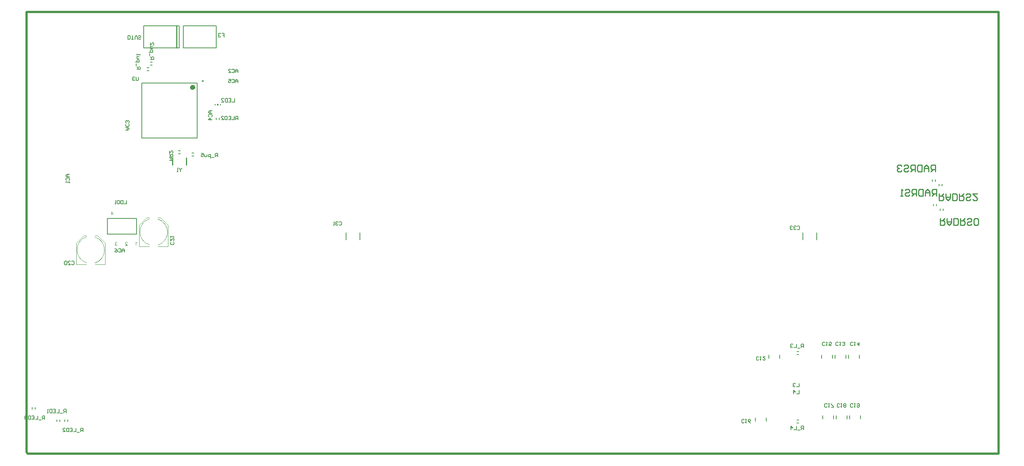
<source format=gbo>
%FSTAX23Y23*%
%MOIN*%
%SFA1B1*%

%IPPOS*%
%ADD45C,0.009843*%
%ADD50C,0.019685*%
%ADD76C,0.009843*%
%ADD77C,0.023622*%
%ADD78C,0.003937*%
%ADD79C,0.007874*%
%ADD84C,0.005905*%
%ADD140C,0.009055*%
%ADD141C,0.007874*%
%ADD142R,0.011811X0.011811*%
%ADD143R,0.005905X0.011811*%
%ADD144R,0.005905X0.011811*%
%LNlv1-1*%
%LPD*%
G36*
X01642Y02531D02*
Y02527D01*
X01628*
Y0252*
X01624*
Y02527*
X0162*
Y02531*
X01624*
Y02551*
X01627*
X01642Y02531*
G37*
G36*
X01666Y02281D02*
X01667D01*
X01668Y02281*
X01669Y02281*
X0167*
X0167Y0228*
X01671*
X01671Y0228*
X01672Y02279*
X01672*
Y02279*
X01672Y02279*
X01673Y02278*
X01674Y02277*
X01674Y02276*
X01675Y02275*
Y02275*
Y02275*
X01675Y02274*
Y02274*
Y02274*
Y02273*
X01671Y02272*
Y02274*
X01671Y02274*
X0167Y02275*
Y02275*
X0167Y02276*
X0167Y02277*
X01669Y02277*
X01668Y02277*
X01668Y02278*
X01667*
X01666Y02278*
X01666*
X01666*
X01665*
X01664Y02278*
X01663*
X01663Y02277*
X01662Y02277*
X01662*
Y02277*
X01662*
X01661Y02276*
X01661Y02275*
Y02275*
X01661Y02274*
Y02274*
Y02274*
Y02273*
Y02273*
Y02272*
Y02272*
X01661Y02271*
X01661Y0227*
X01662Y0227*
X01662*
X01662Y02269*
X01663Y02269*
X01664Y02268*
X01665*
X01665Y02268*
X01666*
X01666*
X01667*
X01668*
X01668Y02264*
X01667*
X01667Y02265*
X01666*
X01666*
X01666*
X01665*
X01664*
X01663Y02264*
X01662*
X01662Y02264*
X01661Y02264*
X01661*
Y02263*
X01661*
Y02263*
X0166Y02262*
X0166Y02262*
X01659Y02261*
X01659Y02261*
Y0226*
Y02259*
Y02259*
Y02258*
Y02258*
X01659Y02257*
X0166Y02256*
Y02255*
X0166Y02255*
X01661Y02254*
X01661*
X01661Y02254*
X01662Y02253*
X01662Y02253*
X01663Y02253*
X01664Y02252*
X01664*
X01665*
X01665*
X01666*
X01666*
X01667*
X01668Y02253*
X01668Y02253*
X01669*
X01669Y02253*
X0167*
Y02254*
X0167Y02254*
X0167Y02255*
X01671Y02256*
X01671Y02257*
X01672Y02257*
Y02258*
Y02258*
Y02259*
X01675Y02258*
Y02257*
Y02257*
X01675Y02256*
Y02255*
X01675Y02255*
X01674Y02254*
Y02253*
X01674Y02253*
X01674Y02253*
Y02252*
X01673*
X01673Y02252*
Y02251*
X01672*
X01672Y02251*
X01672Y02251*
X01671Y0225*
X0167Y0225*
X0167*
X01669Y0225*
X01668Y02249*
X01668*
X01667*
X01666*
X01666*
X01666*
X01664*
X01664*
X01663*
X01662Y0225*
X01662*
X01661Y0225*
X01661Y0225*
X0166*
X01659Y02251*
X01659Y02251*
X01659*
Y02251*
X01658*
Y02252*
X01658*
X01657Y02252*
X01657Y02253*
X01657Y02253*
X01656Y02254*
X01656Y02255*
X01655Y02255*
Y02256*
X01655Y02257*
Y02257*
Y02257*
Y02258*
Y02258*
X01655Y02259*
Y02259*
X01655Y0226*
Y02261*
X01655Y02262*
Y02262*
X01656Y02263*
X01656Y02264*
Y02264*
X01657Y02264*
X01658Y02265*
X01659Y02266*
X01659Y02266*
X0166Y02266*
X0166*
X01661*
Y02267*
X01661*
X0166Y02267*
X01659Y02268*
X01659Y02268*
X01658Y02268*
X01658Y02269*
Y02269*
X01657*
X01657Y0227*
Y02271*
X01657Y02271*
Y02272*
Y02272*
X01656Y02273*
Y02273*
X01657Y02274*
Y02275*
Y02275*
X01657Y02276*
X01657Y02277*
Y02277*
X01658Y02278*
X01659Y02279*
X01659Y02279*
X0166Y02279*
X0166Y0228*
X01661Y0228*
X01661*
X01662Y02281*
X01662Y02281*
X01663*
X01664Y02281*
X01665*
X01665*
X01666*
X01666*
G37*
G36*
X01757Y02281D02*
X01758D01*
X01759*
X01759Y02281*
X0176*
X01761Y0228*
X01761*
X01762Y0228*
X01762Y02279*
X01762*
X01763Y02279*
X01763*
Y02279*
X01764*
X01764Y02278*
X01764Y02278*
X01765Y02277*
X01765Y02277*
Y02276*
X01766Y02275*
X01766Y02274*
Y02274*
X01766Y02274*
Y02273*
Y02273*
Y02272*
Y02272*
X01762Y02272*
Y02272*
Y02274*
X01762Y02274*
X01762Y02275*
X01761Y02275*
Y02276*
X01761*
Y02276*
X0176Y02277*
X01759Y02277*
X01759Y02277*
X01758*
X01757Y02278*
X01757*
X01757*
X01755*
X01755Y02277*
X01754*
X01753Y02277*
X01753Y02277*
X01752Y02276*
X01751Y02275*
X01751Y02275*
X01751Y02274*
Y02274*
X0175Y02273*
Y02273*
Y02272*
Y02272*
Y02272*
X01751Y02271*
X01751Y0227*
X01751Y02269*
Y02268*
X01752*
Y02268*
X01752*
Y02268*
X01753Y02267*
X01753Y02266*
X01753Y02266*
X01754Y02266*
X01755Y02264*
X01757Y02263*
X01757Y02263*
X01757Y02262*
X01758Y02262*
X01759Y02262*
Y02261*
X01759Y02261*
X01759*
X01761Y0226*
X01761Y02259*
X01762Y02258*
X01763Y02257*
X01764Y02257*
X01764Y02257*
Y02256*
X01764*
X01765Y02255*
X01766Y02255*
X01766Y02254*
X01766Y02253*
Y02253*
X01767Y02252*
Y02252*
X01767Y02251*
Y02251*
Y0225*
Y0225*
Y0225*
Y02249*
X01746*
Y02253*
X01762*
X01761Y02253*
X01761Y02254*
Y02254*
X01761Y02255*
X0176Y02255*
X0176Y02255*
X01759Y02256*
Y02256*
X01759Y02257*
X01758Y02257*
X01757Y02258*
X01757*
X01756Y02259*
X01756Y02259*
X01755Y0226*
X01754Y0226*
X01754Y02261*
X01753Y02261*
X01753Y02262*
X01752Y02262*
X01751Y02263*
X01751Y02263*
X01751*
Y02264*
X0175Y02264*
X0175*
Y02264*
X01749Y02265*
X01749Y02266*
X01748Y02267*
X01748Y02267*
X01748Y02268*
X01747Y02268*
Y02268*
X01747Y02269*
Y0227*
Y0227*
X01746Y02271*
Y02272*
Y02272*
Y02272*
Y02273*
Y02274*
X01747Y02274*
Y02275*
X01747Y02276*
X01748Y02276*
Y02277*
X01748Y02277*
X01748Y02277*
Y02278*
X01749*
Y02278*
X01749*
Y02279*
X0175Y02279*
X0175Y02279*
X01751Y0228*
X01751*
X01752Y0228*
X01753*
X01754Y02281*
X01754Y02281*
X01755*
X01755*
X01755*
X01756*
X01756*
X01757*
G37*
G36*
X01844Y02281D02*
X01844Y0228D01*
X01845Y02279*
X01846Y02279*
X01846Y02278*
X01846Y02277*
X01847*
Y02277*
X01848Y02276*
X01849Y02275*
X0185Y02275*
X01851Y02274*
X01851Y02274*
X01852*
Y02274*
X01852*
X01853*
Y0227*
X01852Y0227*
X01851Y0227*
X0185Y02271*
X0185*
X01849Y02271*
X01849Y02272*
X01848*
X01848Y02272*
X01847Y02273*
X01846Y02273*
X01846Y02274*
X01845Y02274*
X01845Y02274*
Y0225*
X01841*
Y02281*
X01843*
X01844Y02281*
G37*
%LNlv1-2*%
%LPC*%
G36*
X01628Y02545D02*
Y02531D01*
X01638*
X01628Y02545*
G37*
%LNlv1-3*%
%LPD*%
G54D45*
X02205Y04011D02*
Y04208D01*
X08963Y02909D02*
Y02969D01*
X08933*
X08923Y02959*
Y02939*
X08933Y02929*
X08963*
X08943D02*
X08923Y02909D01*
X08903D02*
Y02949D01*
X08883Y02969*
X08863Y02949*
Y02909*
Y02939*
X08903*
X08843Y02969D02*
Y02909D01*
X08813*
X08803Y02919*
Y02959*
X08813Y02969*
X08843*
X08783Y02909D02*
Y02969D01*
X08753*
X08743Y02959*
Y02939*
X08753Y02929*
X08783*
X08763D02*
X08743Y02909D01*
X08683Y02959D02*
X08693Y02969D01*
X08713*
X08723Y02959*
Y02949*
X08713Y02939*
X08693*
X08683Y02929*
Y02919*
X08693Y02909*
X08713*
X08723Y02919*
X08663Y02959D02*
X08653Y02969D01*
X08633*
X08623Y02959*
Y02949*
X08633Y02939*
X08643*
X08633*
X08623Y02929*
Y02919*
X08633Y02909*
X08653*
X08663Y02919*
X08996Y0271D02*
Y0265D01*
X09026*
X09036Y0266*
Y0268*
X09026Y0269*
X08996*
X09016D02*
X09036Y0271D01*
X09056D02*
Y0267D01*
X09076Y0265*
X09096Y0267*
Y0271*
Y0268*
X09056*
X09116Y0265D02*
Y0271D01*
X09146*
X09156Y027*
Y0266*
X09146Y0265*
X09116*
X09176Y0271D02*
Y0265D01*
X09206*
X09216Y0266*
Y0268*
X09206Y0269*
X09176*
X09196D02*
X09216Y0271D01*
X09276Y0266D02*
X09266Y0265D01*
X09246*
X09236Y0266*
Y0267*
X09246Y0268*
X09266*
X09276Y0269*
Y027*
X09266Y0271*
X09246*
X09236Y027*
X09336Y0271D02*
X09296D01*
X09336Y0267*
Y0266*
X09326Y0265*
X09306*
X09296Y0266*
X08975Y0269D02*
Y02751D01*
X08945*
X08935Y0274*
Y02721*
X08945Y02711*
X08975*
X08955D02*
X08935Y0269D01*
X08914D02*
Y02731D01*
X08895Y02751*
X08875Y02731*
Y0269*
Y02721*
X08914*
X08855Y02751D02*
Y0269D01*
X08825*
X08814Y02701*
Y0274*
X08825Y02751*
X08855*
X08795Y0269D02*
Y02751D01*
X08765*
X08755Y0274*
Y02721*
X08765Y02711*
X08795*
X08775D02*
X08755Y0269D01*
X08695Y0274D02*
X08705Y02751D01*
X08725*
X08735Y0274*
Y02731*
X08725Y02721*
X08705*
X08695Y02711*
Y02701*
X08705Y0269*
X08725*
X08735Y02701*
X08675Y0269D02*
X08655D01*
X08665*
Y02751*
X08675Y0274*
X09006Y0249D02*
Y0243D01*
X09036*
X09046Y0244*
Y0246*
X09036Y0247*
X09006*
X09026D02*
X09046Y0249D01*
X09066D02*
Y0245D01*
X09086Y0243*
X09106Y0245*
Y0249*
Y0246*
X09066*
X09126Y0243D02*
Y0249D01*
X09156*
X09166Y0248*
Y0244*
X09156Y0243*
X09126*
X09186Y0249D02*
Y0243D01*
X09216*
X09226Y0244*
Y0246*
X09216Y0247*
X09186*
X09206D02*
X09226Y0249D01*
X09286Y0244D02*
X09276Y0243D01*
X09256*
X09246Y0244*
Y0245*
X09256Y0246*
X09276*
X09286Y0247*
Y0248*
X09276Y0249*
X09256*
X09246Y0248*
X09306Y0244D02*
X09316Y0243D01*
X09336*
X09346Y0244*
Y0248*
X09336Y0249*
X09316*
X09306Y0248*
Y0244*
G54D50*
X00866Y0433D02*
X09529D01*
X00866Y00409D02*
Y04329D01*
Y00407D02*
Y00409D01*
Y00407D02*
X00879Y00393D01*
X06809*
X09529*
Y0433*
G54D76*
X02442Y03716D02*
D01*
D01*
G75*
G03X02433I-00004J0D01*
G74*G01*
D01*
G75*
G03X02442I00004J0D01*
G74*G01*
G54D77*
X02359Y03659D02*
D01*
D01*
G75*
G03X02335I-00011J0D01*
G74*G01*
D01*
G75*
G03X02359I00011J0D01*
G74*G01*
G54D78*
X01962Y02487D02*
D01*
D01*
G75*
G03Y02253I00037J-00116D01*
G74*G01*
X02038D02*
D01*
D01*
G75*
G03Y02487I-00037J00116D01*
G74*G01*
X01402Y02327D02*
D01*
D01*
G75*
G03Y02093I00037J-00116D01*
G74*G01*
X01477D02*
D01*
D01*
G75*
G03Y02327I-00037J00116D01*
G74*G01*
X01872Y02242D02*
X01962D01*
X01872D02*
Y02431D01*
X01938Y02498*
X01962*
X02038D02*
X02061D01*
X02127Y02431*
Y02242D02*
Y02431D01*
X02038Y02242D02*
X02127D01*
X01312Y02081D02*
X01402D01*
X01312D02*
Y02272D01*
X01379Y02338*
X01402*
X01477D02*
X01501D01*
X01568Y02272*
Y02081D02*
Y02272D01*
X01477Y02081D02*
X01568D01*
G54D79*
X02556Y03372D02*
Y03387D01*
X02583Y03372D02*
Y03387D01*
X08963Y02822D02*
Y02837D01*
X08936Y02822D02*
Y02837D01*
X08996Y02782D02*
Y02798D01*
X09023Y02782D02*
Y02798D01*
X08975Y02603D02*
Y02619D01*
X08947Y02603D02*
Y02619D01*
X09006Y02562D02*
Y02577D01*
X09033Y02562D02*
Y02577D01*
X00916Y00792D02*
Y00807D01*
X00943Y00792D02*
Y00807D01*
X01206Y00682D02*
Y00698D01*
X01233Y00682D02*
Y00698D01*
X01136Y00682D02*
Y00698D01*
X01163Y00682D02*
Y00698D01*
X07906Y02301D02*
Y02364D01*
X07784Y02301D02*
Y02364D01*
X03836Y02301D02*
Y02364D01*
X03714Y02301D02*
Y02364D01*
X08296Y00704D02*
Y00735D01*
X08202Y00704D02*
Y00735D01*
X08177Y00704D02*
Y00735D01*
X08082Y00704D02*
Y00735D01*
X08057Y00704D02*
Y00735D01*
X07962Y00704D02*
Y00735D01*
X07457Y00684D02*
Y00715D01*
X07362Y00684D02*
Y00715D01*
X08047Y01244D02*
Y01275D01*
X07952Y01244D02*
Y01275D01*
X08287Y01244D02*
Y01275D01*
X08192Y01244D02*
Y01275D01*
X08167Y01244D02*
Y01275D01*
X08072Y01244D02*
Y01275D01*
X07577Y01244D02*
Y01275D01*
X07482Y01244D02*
Y01275D01*
X02556Y04109D02*
Y04208D01*
X02263D02*
X02556D01*
X02263Y04011D02*
Y04208D01*
Y04011D02*
X02556D01*
Y04109*
X01972Y03856D02*
X01987D01*
X01972Y03883D02*
X01987D01*
X01942Y03806D02*
X01957D01*
X01942Y03833D02*
X01957D01*
X02227Y04011D02*
Y04109D01*
X01912Y04011D02*
X02227D01*
X01912D02*
Y04208D01*
X02227*
Y04109D02*
Y04208D01*
X02222Y03093D02*
X02237D01*
X02222Y03066D02*
X02237D01*
X02342Y03073D02*
X02357D01*
X02342Y03046D02*
X02357D01*
X01894Y03206D02*
X02386D01*
X01894Y03698D02*
X02386D01*
X01894Y03206D02*
Y03698D01*
X02386Y03206D02*
Y03698D01*
X07732Y01276D02*
X07748D01*
X07732Y01303D02*
X07748D01*
X07732Y00666D02*
X07748D01*
X07732Y00693D02*
X07748D01*
G54D84*
X01029Y007D02*
Y00731D01*
X01014*
X01009Y00726*
Y00715*
X01014Y0071*
X01029*
X01019D02*
X01009Y007D01*
X00998Y00694D02*
X00977D01*
X00966Y00731D02*
Y007D01*
X00946*
X00914Y00731D02*
X00935D01*
Y007*
X00914*
X00935Y00715D02*
X00925D01*
X00903Y00731D02*
Y007D01*
X00888*
X00883Y00705*
Y00726*
X00888Y00731*
X00903*
X00872Y00726D02*
X00867Y00731D01*
X00856*
X00851Y00726*
Y0072*
X00856Y00715*
X00862*
X00856*
X00851Y0071*
Y00705*
X00856Y007*
X00867*
X00872Y00705*
X0137Y0059D02*
Y00621D01*
X01354*
X01348Y00616*
Y00605*
X01354Y006*
X0137*
X01359D02*
X01348Y0059D01*
X01338Y00584D02*
X01317D01*
X01307Y00621D02*
Y0059D01*
X01286*
X01254Y00621D02*
X01275D01*
Y0059*
X01254*
X01275Y00605D02*
X01264D01*
X01244Y00621D02*
Y0059D01*
X01228*
X01223Y00595*
Y00616*
X01228Y00621*
X01244*
X01191Y0059D02*
X01212D01*
X01191Y00611*
Y00616*
X01196Y00621*
X01207*
X01212Y00616*
X0122Y00759D02*
Y00791D01*
X01204*
X01198Y00786*
Y00775*
X01204Y0077*
X0122*
X01209D02*
X01198Y00759D01*
X01188Y00754D02*
X01167D01*
X01157Y00791D02*
Y00759D01*
X01136*
X01104Y00791D02*
X01125D01*
Y00759*
X01104*
X01125Y00775D02*
X01114D01*
X01094Y00791D02*
Y00759D01*
X01078*
X01073Y00765*
Y00786*
X01078Y00791*
X01094*
X01062Y00759D02*
X01051D01*
X01057*
Y00791*
X01062Y00786*
X0779Y00609D02*
Y00641D01*
X07774*
X07768Y00636*
Y00625*
X07774Y0062*
X0779*
X07779D02*
X07768Y00609D01*
X07758Y00604D02*
X07737D01*
X07727Y00641D02*
Y00609D01*
X07705*
X07679D02*
Y00641D01*
X07695Y00625*
X07674*
X0779Y0134D02*
Y01371D01*
X07774*
X07768Y01366*
Y01355*
X07774Y0135*
X0779*
X07779D02*
X07768Y0134D01*
X07758Y01334D02*
X07737D01*
X07727Y01371D02*
Y0134D01*
X07705*
X07695Y01366D02*
X0769Y01371D01*
X07679*
X07674Y01366*
Y01361*
X07679Y01355*
X07685*
X07679*
X07674Y0135*
Y01345*
X07679Y0134*
X0769*
X07695Y01345*
X0775Y00961D02*
Y00929D01*
X07729*
X07702D02*
Y00961D01*
X07718Y00945*
X07697*
X0775Y01021D02*
Y0099D01*
X07729*
X07718Y01016D02*
X07713Y01021D01*
X07702*
X07697Y01016*
Y01011*
X07702Y01005*
X07707*
X07702*
X07697Y01*
Y00995*
X07702Y0099*
X07713*
X07718Y00995*
X0823Y00813D02*
X08225Y00808D01*
X08214*
X08209Y00813*
Y00834*
X08214Y0084*
X08225*
X0823Y00834*
X0824Y0084D02*
X08251D01*
X08246*
Y00808*
X0824Y00813*
X08266Y00834D02*
X08272Y0084D01*
X08282*
X08288Y00834*
Y00813*
X08282Y00808*
X08272*
X08266Y00813*
Y00818*
X08272Y00824*
X08288*
X08111Y00813D02*
X08105Y00808D01*
X08095*
X0809Y00813*
Y00834*
X08095Y0084*
X08105*
X08111Y00834*
X08121Y0084D02*
X08131D01*
X08126*
Y00808*
X08121Y00813*
X08147D02*
X08153Y00808D01*
X08163*
X08168Y00813*
Y00818*
X08163Y00824*
X08168Y00829*
Y00834*
X08163Y0084*
X08153*
X08147Y00834*
Y00829*
X08153Y00824*
X08147Y00818*
Y00813*
X08153Y00824D02*
X08163D01*
X08001Y00813D02*
X07995Y00808D01*
X07985*
X07979Y00813*
Y00834*
X07985Y0084*
X07995*
X08001Y00834*
X08011Y0084D02*
X08022D01*
X08016*
Y00808*
X08011Y00813*
X08037Y00808D02*
X08058D01*
Y00813*
X08037Y00834*
Y0084*
X07261Y00673D02*
X07255Y00668D01*
X07245*
X0724Y00673*
Y00694*
X07245Y007*
X07255*
X07261Y00694*
X07271Y007D02*
X07281D01*
X07276*
Y00668*
X07271Y00673*
X07318Y00668D02*
X07308Y00673D01*
X07297Y00684*
Y00694*
X07303Y007*
X07313*
X07318Y00694*
Y00689*
X07313Y00684*
X07297*
X07981Y01363D02*
X07975Y01358D01*
X07965*
X07959Y01363*
Y01384*
X07965Y01389*
X07975*
X07981Y01384*
X07991Y01389D02*
X08001D01*
X07996*
Y01358*
X07991Y01363*
X08038Y01358D02*
X08017D01*
Y01374*
X08028Y01368*
X08033*
X08038Y01374*
Y01384*
X08033Y01389*
X08022*
X08017Y01384*
X08231Y01363D02*
X08225Y01358D01*
X08215*
X08209Y01363*
Y01384*
X08215Y01389*
X08225*
X08231Y01384*
X08241Y01389D02*
X08251D01*
X08246*
Y01358*
X08241Y01363*
X08283Y01389D02*
Y01358D01*
X08267Y01374*
X08288*
X08101Y01363D02*
X08095Y01358D01*
X08085*
X08079Y01363*
Y01384*
X08085Y01389*
X08095*
X08101Y01384*
X08111Y01389D02*
X08122D01*
X08116*
Y01358*
X08111Y01363*
X08137D02*
X08142Y01358D01*
X08153*
X08158Y01363*
Y01368*
X08153Y01374*
X08148*
X08153*
X08158Y01379*
Y01384*
X08153Y01389*
X08142*
X08137Y01384*
X0739Y01233D02*
X07385Y01228D01*
X07375*
X0737Y01233*
Y01254*
X07375Y01259*
X07385*
X0739Y01254*
X07401Y01259D02*
X07411D01*
X07406*
Y01228*
X07401Y01233*
X07448Y01259D02*
X07427D01*
X07448Y01238*
Y01233*
X07443Y01228*
X07433*
X07427Y01233*
X07734Y02418D02*
X07739Y02424D01*
X0775*
X07755Y02418*
Y02397*
X0775Y02392*
X07739*
X07734Y02397*
X07724Y02418D02*
X07718Y02424D01*
X07708*
X07703Y02418*
Y02413*
X07708Y02408*
X07713*
X07708*
X07703Y02403*
Y02397*
X07708Y02392*
X07718*
X07724Y02397*
X07692Y02418D02*
X07687Y02424D01*
X07676*
X07671Y02418*
Y02413*
X07676Y02408*
X07681*
X07676*
X07671Y02403*
Y02397*
X07676Y02392*
X07687*
X07692Y02397*
X03653Y02457D02*
X03659Y02462D01*
X03669*
X03675Y02457*
Y02436*
X03669Y02431*
X03659*
X03653Y02436*
X03643Y02457D02*
X03638Y02462D01*
X03627*
X03622Y02457*
Y02451*
X03627Y02446*
X03633*
X03627*
X03622Y02441*
Y02436*
X03627Y02431*
X03638*
X03643Y02436*
X03612Y02431D02*
X03601D01*
X03606*
Y02462*
X03612Y02457*
X01864Y03751D02*
Y03725D01*
X01859Y0372*
X01849*
X01844Y03725*
Y03751*
X01833Y03746D02*
X01828Y03751D01*
X01817*
X01812Y03746*
Y0374*
X01817Y03735*
X01823*
X01817*
X01812Y0373*
Y03725*
X01817Y0372*
X01828*
X01833Y03725*
X0257Y0304D02*
Y03071D01*
X02554*
X02548Y03066*
Y03055*
X02554Y0305*
X0257*
X02559D02*
X02548Y0304D01*
X02538Y03034D02*
X02517D01*
X02507Y03029D02*
Y03061D01*
X02491*
X02486Y03055*
Y03045*
X02491Y0304*
X02507*
X02475Y03061D02*
Y03045D01*
X0247Y0304*
X02454*
Y03061*
X02423Y03071D02*
X02444D01*
Y03055*
X02433Y03061*
X02428*
X02423Y03055*
Y03045*
X02428Y0304*
X02438*
X02444Y03045*
X0125Y02883D02*
X01229D01*
X01218Y02872*
X01229Y02862*
X0125*
X01234*
Y02883*
X01223Y0283D02*
X01218Y02835D01*
Y02846*
X01223Y02851*
X01244*
X0125Y02846*
Y02835*
X01244Y0283*
X0125Y0282D02*
Y02809D01*
Y02814*
X01218*
X01223Y0282*
X0275Y0379D02*
Y03811D01*
X02739Y03821*
X02729Y03811*
Y0379*
Y03805*
X0275*
X02697Y03816D02*
X02702Y03821D01*
X02713*
X02718Y03816*
Y03795*
X02713Y0379*
X02702*
X02697Y03795*
X02666Y0379D02*
X02687D01*
X02666Y03811*
Y03816*
X02671Y03821*
X02681*
X02687Y03816*
X0175Y03279D02*
X0177D01*
X01781Y0329*
X0177Y03301*
X0175*
X01765*
Y03279*
X01776Y03332D02*
X01781Y03327D01*
Y03316*
X01776Y03311*
X01755*
X0175Y03316*
Y03327*
X01755Y03332*
X01776Y03342D02*
X01781Y03348D01*
Y03358*
X01776Y03363*
X0177*
X01765Y03358*
Y03353*
Y03358*
X0176Y03363*
X01755*
X0175Y03358*
Y03348*
X01755Y03342*
X0252Y0345D02*
X02498D01*
X02488Y03439*
X02498Y03429*
X0252*
X02504*
Y0345*
X02493Y03397D02*
X02488Y03402D01*
Y03413*
X02493Y03418*
X02514*
X0252Y03413*
Y03402*
X02514Y03397*
X0252Y03371D02*
X02488D01*
X02504Y03387*
Y03366*
X0275Y037D02*
Y0372D01*
X02739Y03731*
X02729Y0372*
Y037*
Y03715*
X0275*
X02697Y03726D02*
X02702Y03731D01*
X02713*
X02718Y03726*
Y03705*
X02713Y037*
X02702*
X02697Y03705*
X02666Y03731D02*
X02687D01*
Y03715*
X02676Y0372*
X02671*
X02666Y03715*
Y03705*
X02671Y037*
X02681*
X02687Y03705*
X0214Y03009D02*
X02161D01*
X02171Y0302*
X02161Y03031*
X0214*
X02155*
Y03009*
X0214Y03041D02*
X02171D01*
Y03057*
X02166Y03062*
X02155*
X0215Y03057*
Y03041*
Y03051D02*
X0214Y03062D01*
Y03094D02*
Y03072D01*
X02161Y03094*
X02166*
X02171Y03088*
Y03078*
X02166Y03072*
X0177Y04088D02*
Y0412D01*
X01785*
X0179Y04114*
Y04093*
X01785Y04088*
X0177*
X01801D02*
X01822D01*
X01811*
Y0412*
X01833Y04088D02*
Y04109D01*
X01843Y0412*
X01853Y04109*
Y04088*
X01885Y04093D02*
X0188Y04088D01*
X01869*
X01864Y04093*
Y04098*
X01869Y04104*
X0188*
X01885Y04109*
Y04114*
X0188Y0412*
X01869*
X01864Y04114*
X0272Y03561D02*
Y03529D01*
X02698*
X02667Y03561D02*
X02688D01*
Y03529*
X02667*
X02688Y03545D02*
X02677D01*
X02657Y03561D02*
Y03529D01*
X02641*
X02636Y03535*
Y03556*
X02641Y03561*
X02657*
X02604Y03529D02*
X02625D01*
X02604Y03551*
Y03556*
X02609Y03561*
X0262*
X02625Y03556*
X0185Y0382D02*
X01881D01*
Y03835*
X01876Y0384*
X01865*
X0186Y03835*
Y0382*
Y0383D02*
X0185Y0384D01*
X01844Y03851D02*
Y03872D01*
X01839Y03883D02*
X0187D01*
Y03898*
X01865Y03903*
X01855*
X0185Y03898*
Y03883*
X0187Y03914D02*
X01855D01*
X0185Y03919*
Y03935*
X0187*
X0185Y03946D02*
Y03956D01*
Y03951*
X01881*
X01876Y03946*
X0197Y03909D02*
X02001D01*
Y03925*
X01996Y03931*
X01985*
X0198Y03925*
Y03909*
Y0392D02*
X0197Y03931D01*
X01964Y03941D02*
Y03962D01*
X01959Y03972D02*
X0199D01*
Y03988*
X01985Y03994*
X01975*
X0197Y03988*
Y03972*
X0199Y04004D02*
X01975D01*
X0197Y04009*
Y04025*
X0199*
X0197Y04057D02*
Y04035D01*
X0199Y04057*
X01996*
X02001Y04051*
Y04041*
X01996Y04035*
X0275Y0337D02*
Y03401D01*
X02734*
X02729Y03396*
Y03385*
X02734Y0338*
X0275*
X02739D02*
X02729Y0337D01*
X02718Y03401D02*
Y0337D01*
X02697*
X02666Y03401D02*
X02687D01*
Y0337*
X02666*
X02687Y03385D02*
X02676D01*
X02655Y03401D02*
Y0337D01*
X02639*
X02634Y03375*
Y03396*
X02639Y03401*
X02655*
X02603Y0337D02*
X02624D01*
X02603Y0339*
Y03396*
X02608Y03401*
X02618*
X02624Y03396*
X0225Y02941D02*
Y02936D01*
X02239Y02925*
X02229Y02936*
Y02941*
X02239Y02925D02*
Y02909D01*
X02218D02*
X02207D01*
X02213*
Y02941*
X02218Y02936*
X02609Y04141D02*
X02629D01*
Y04125*
X02619*
X02629*
Y04109*
X02598Y04136D02*
X02593Y04141D01*
X02582*
X02577Y04136*
Y04131*
X02582Y04125*
X02588*
X02582*
X02577Y0412*
Y04115*
X02582Y04109*
X02593*
X02598Y04115*
X01268Y02106D02*
X01274Y02111D01*
X01284*
X0129Y02106*
Y02085*
X01284Y02079*
X01274*
X01268Y02085*
X01237Y02079D02*
X01258D01*
X01237Y02101*
Y02106*
X01242Y02111*
X01253*
X01258Y02106*
X01227D02*
X01221Y02111D01*
X01211*
X01205Y02106*
Y02085*
X01211Y02079*
X01221*
X01227Y02085*
Y02106*
X0174Y0219D02*
Y02211D01*
X01729Y02221*
X01718Y02211*
Y0219*
Y02205*
X0174*
X01687Y02216D02*
X01692Y02221D01*
X01703*
X01708Y02216*
Y02195*
X01703Y0219*
X01692*
X01687Y02195*
X01655Y02221D02*
X01666Y02216D01*
X01677Y02205*
Y02195*
X01671Y0219*
X01661*
X01655Y02195*
Y022*
X01661Y02205*
X01677*
X02176Y02281D02*
X02181Y02275D01*
Y02265*
X02176Y02259*
X02155*
X0215Y02265*
Y02275*
X02155Y02281*
X0215Y02312D02*
Y02291D01*
X0217Y02312*
X02176*
X02181Y02307*
Y02296*
X02176Y02291*
X0215Y02322D02*
Y02333D01*
Y02328*
X02181*
X02176Y02322*
X01759Y02651D02*
Y0262D01*
X01738*
X01728Y02651D02*
Y0262D01*
X01712*
X01707Y02625*
Y02646*
X01712Y02651*
X01728*
X01681D02*
X01691D01*
X01696Y02646*
Y02625*
X01691Y0262*
X01681*
X01675Y02625*
Y02646*
X01681Y02651*
X01665Y0262D02*
X01655D01*
X0166*
Y02651*
X01665Y02646*
G54D140*
X02166Y02968D02*
Y03031D01*
X02292Y02968D02*
Y03031D01*
G54D141*
X01588Y0235D02*
Y0249D01*
Y0235D02*
X01846D01*
Y0249*
X01588D02*
X01846D01*
G54D142*
X0257Y03505D03*
G54D143*
X02546Y03505D03*
G54D144*
X02593Y03505D03*
M02*
</source>
